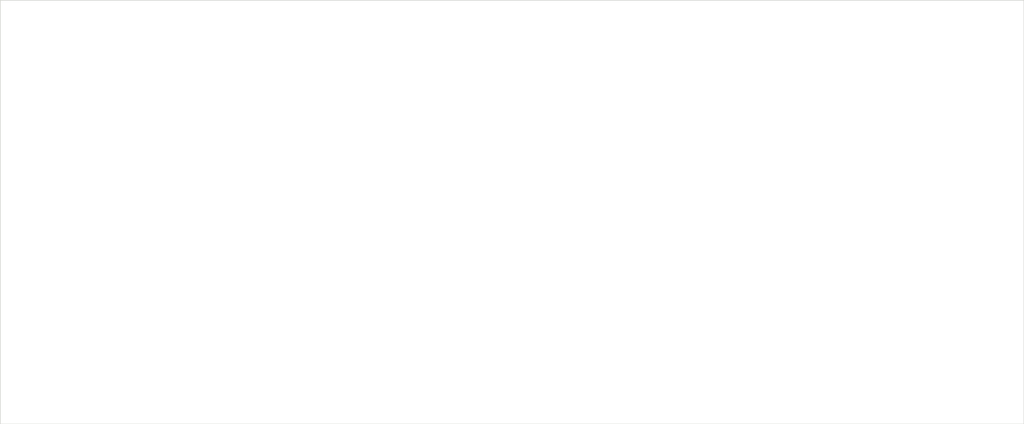
<source format=kicad_pcb>
(kicad_pcb (version 20211014) (generator pcbnew)

  (general
    (thickness 1.6)
  )

  (paper "A4")
  (title_block
    (title "<<ID>>_<<project_name>>")
    (date "<<date>>")
    (rev "<<version>>")
    (comment 4 "<<hash>>")
  )

  (layers
    (0 "F.Cu" signal)
    (31 "B.Cu" signal)
    (32 "B.Adhes" user "B.Adhesive")
    (33 "F.Adhes" user "F.Adhesive")
    (34 "B.Paste" user)
    (35 "F.Paste" user)
    (36 "B.SilkS" user "B.Silkscreen")
    (37 "F.SilkS" user "F.Silkscreen")
    (38 "B.Mask" user)
    (39 "F.Mask" user)
    (40 "Dwgs.User" user "User.Drawings")
    (41 "Cmts.User" user "User.Comments")
    (42 "Eco1.User" user "User.Eco1")
    (43 "Eco2.User" user "User.Eco2")
    (44 "Edge.Cuts" user)
    (45 "Margin" user)
    (46 "B.CrtYd" user "B.Courtyard")
    (47 "F.CrtYd" user "F.Courtyard")
    (48 "B.Fab" user)
    (49 "F.Fab" user)
  )

  (setup
    (stackup
      (layer "F.SilkS" (type "Top Silk Screen"))
      (layer "F.Paste" (type "Top Solder Paste"))
      (layer "F.Mask" (type "Top Solder Mask") (thickness 0.01))
      (layer "F.Cu" (type "copper") (thickness 0.035))
      (layer "dielectric 1" (type "core") (thickness 1.51) (material "FR4") (epsilon_r 4.5) (loss_tangent 0.02))
      (layer "B.Cu" (type "copper") (thickness 0.035))
      (layer "B.Mask" (type "Bottom Solder Mask") (thickness 0.01))
      (layer "B.Paste" (type "Bottom Solder Paste"))
      (layer "B.SilkS" (type "Bottom Silk Screen"))
      (copper_finish "None")
      (dielectric_constraints no)
    )
    (pad_to_mask_clearance 0)
    (pcbplotparams
      (layerselection 0x00010fc_ffffffff)
      (disableapertmacros false)
      (usegerberextensions false)
      (usegerberattributes true)
      (usegerberadvancedattributes true)
      (creategerberjobfile true)
      (svguseinch false)
      (svgprecision 6)
      (excludeedgelayer true)
      (plotframeref false)
      (viasonmask false)
      (mode 1)
      (useauxorigin false)
      (hpglpennumber 1)
      (hpglpenspeed 20)
      (hpglpendiameter 15.000000)
      (dxfpolygonmode true)
      (dxfimperialunits true)
      (dxfusepcbnewfont true)
      (psnegative false)
      (psa4output false)
      (plotreference true)
      (plotvalue true)
      (plotinvisibletext false)
      (sketchpadsonfab false)
      (subtractmaskfromsilk false)
      (outputformat 1)
      (mirror false)
      (drillshape 1)
      (scaleselection 1)
      (outputdirectory "")
    )
  )

  (net 0 "")

  (gr_rect (start 97.9 84.4) (end 181 118.8) (layer "Edge.Cuts") (width 0.05) (fill none) (tstamp 326970e5-0115-4889-9f20-a2efbd4497c8))

)

</source>
